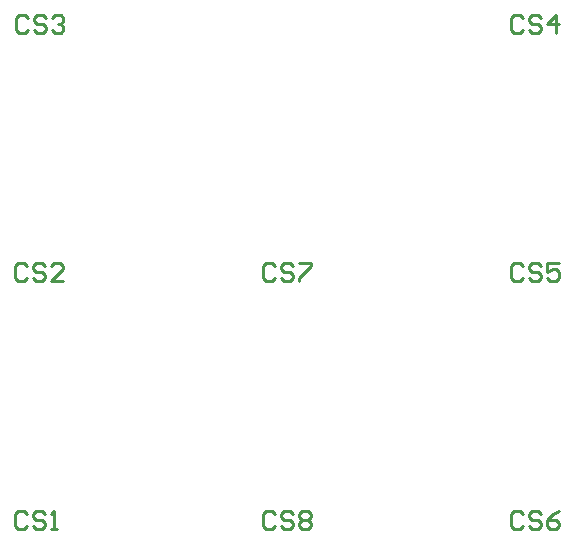
<source format=gbr>
%TF.GenerationSoftware,Altium Limited,Altium Designer,24.7.2 (38)*%
G04 Layer_Color=65535*
%FSLAX43Y43*%
%MOMM*%
%TF.SameCoordinates,179ED5A7-1FD7-47B0-8EB6-D2B1FD869DB5*%
%TF.FilePolarity,Positive*%
%TF.FileFunction,Legend,Top*%
%TF.Part,Single*%
G01*
G75*
%TA.AperFunction,NonConductor*%
%ADD21C,0.254*%
D21*
X31760Y24378D02*
X31507Y24632D01*
X30999D01*
X30745Y24378D01*
Y23362D01*
X30999Y23108D01*
X31507D01*
X31760Y23362D01*
X33284Y24378D02*
X33030Y24632D01*
X32522D01*
X32268Y24378D01*
Y24124D01*
X32522Y23870D01*
X33030D01*
X33284Y23616D01*
Y23362D01*
X33030Y23108D01*
X32522D01*
X32268Y23362D01*
X33792Y24378D02*
X34046Y24632D01*
X34554D01*
X34807Y24378D01*
Y24124D01*
X34554Y23870D01*
X34807Y23616D01*
Y23362D01*
X34554Y23108D01*
X34046D01*
X33792Y23362D01*
Y23616D01*
X34046Y23870D01*
X33792Y24124D01*
Y24378D01*
X34046Y23870D02*
X34554D01*
X31760Y45378D02*
X31507Y45632D01*
X30999D01*
X30745Y45378D01*
Y44362D01*
X30999Y44108D01*
X31507D01*
X31760Y44362D01*
X33284Y45378D02*
X33030Y45632D01*
X32522D01*
X32268Y45378D01*
Y45124D01*
X32522Y44870D01*
X33030D01*
X33284Y44616D01*
Y44362D01*
X33030Y44108D01*
X32522D01*
X32268Y44362D01*
X33792Y45632D02*
X34807D01*
Y45378D01*
X33792Y44362D01*
Y44108D01*
X52760Y24378D02*
X52507Y24632D01*
X51999D01*
X51745Y24378D01*
Y23362D01*
X51999Y23108D01*
X52507D01*
X52760Y23362D01*
X54284Y24378D02*
X54030Y24632D01*
X53522D01*
X53268Y24378D01*
Y24124D01*
X53522Y23870D01*
X54030D01*
X54284Y23616D01*
Y23362D01*
X54030Y23108D01*
X53522D01*
X53268Y23362D01*
X55807Y24632D02*
X55300Y24378D01*
X54792Y23870D01*
Y23362D01*
X55046Y23108D01*
X55554D01*
X55807Y23362D01*
Y23616D01*
X55554Y23870D01*
X54792D01*
X52760Y45378D02*
X52507Y45632D01*
X51999D01*
X51745Y45378D01*
Y44362D01*
X51999Y44108D01*
X52507D01*
X52760Y44362D01*
X54284Y45378D02*
X54030Y45632D01*
X53522D01*
X53268Y45378D01*
Y45124D01*
X53522Y44870D01*
X54030D01*
X54284Y44616D01*
Y44362D01*
X54030Y44108D01*
X53522D01*
X53268Y44362D01*
X55807Y45632D02*
X54792D01*
Y44870D01*
X55300Y45124D01*
X55554D01*
X55807Y44870D01*
Y44362D01*
X55554Y44108D01*
X55046D01*
X54792Y44362D01*
X52760Y66378D02*
X52507Y66632D01*
X51999D01*
X51745Y66378D01*
Y65362D01*
X51999Y65108D01*
X52507D01*
X52760Y65362D01*
X54284Y66378D02*
X54030Y66632D01*
X53522D01*
X53268Y66378D01*
Y66124D01*
X53522Y65870D01*
X54030D01*
X54284Y65616D01*
Y65362D01*
X54030Y65108D01*
X53522D01*
X53268Y65362D01*
X55554Y65108D02*
Y66632D01*
X54792Y65870D01*
X55807D01*
X10788Y66378D02*
X10535Y66632D01*
X10027D01*
X9773Y66378D01*
Y65362D01*
X10027Y65108D01*
X10535D01*
X10788Y65362D01*
X12312Y66378D02*
X12058Y66632D01*
X11550D01*
X11296Y66378D01*
Y66124D01*
X11550Y65870D01*
X12058D01*
X12312Y65616D01*
Y65362D01*
X12058Y65108D01*
X11550D01*
X11296Y65362D01*
X12820Y66378D02*
X13074Y66632D01*
X13582D01*
X13835Y66378D01*
Y66124D01*
X13582Y65870D01*
X13328D01*
X13582D01*
X13835Y65616D01*
Y65362D01*
X13582Y65108D01*
X13074D01*
X12820Y65362D01*
X10760Y45378D02*
X10507Y45632D01*
X9999D01*
X9745Y45378D01*
Y44362D01*
X9999Y44108D01*
X10507D01*
X10760Y44362D01*
X12284Y45378D02*
X12030Y45632D01*
X11522D01*
X11268Y45378D01*
Y45124D01*
X11522Y44870D01*
X12030D01*
X12284Y44616D01*
Y44362D01*
X12030Y44108D01*
X11522D01*
X11268Y44362D01*
X13807Y44108D02*
X12792D01*
X13807Y45124D01*
Y45378D01*
X13554Y45632D01*
X13046D01*
X12792Y45378D01*
X10760Y24378D02*
X10507Y24632D01*
X9999D01*
X9745Y24378D01*
Y23362D01*
X9999Y23108D01*
X10507D01*
X10760Y23362D01*
X12284Y24378D02*
X12030Y24632D01*
X11522D01*
X11268Y24378D01*
Y24124D01*
X11522Y23870D01*
X12030D01*
X12284Y23616D01*
Y23362D01*
X12030Y23108D01*
X11522D01*
X11268Y23362D01*
X12792Y23108D02*
X13300D01*
X13046D01*
Y24632D01*
X12792Y24378D01*
%TF.MD5,6fc2db57b09fa6f221cac5cb009c6646*%
M02*

</source>
